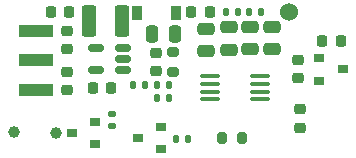
<source format=gbr>
%TF.GenerationSoftware,KiCad,Pcbnew,6.0.11+dfsg-1*%
%TF.CreationDate,2023-09-12T10:24:51+03:00*%
%TF.ProjectId,SC-STM32L412K8,53432d53-544d-4333-924c-3431324b382e,rev?*%
%TF.SameCoordinates,Original*%
%TF.FileFunction,Soldermask,Bot*%
%TF.FilePolarity,Negative*%
%FSLAX46Y46*%
G04 Gerber Fmt 4.6, Leading zero omitted, Abs format (unit mm)*
G04 Created by KiCad (PCBNEW 6.0.11+dfsg-1) date 2023-09-12 10:24:51*
%MOMM*%
%LPD*%
G01*
G04 APERTURE LIST*
G04 Aperture macros list*
%AMRoundRect*
0 Rectangle with rounded corners*
0 $1 Rounding radius*
0 $2 $3 $4 $5 $6 $7 $8 $9 X,Y pos of 4 corners*
0 Add a 4 corners polygon primitive as box body*
4,1,4,$2,$3,$4,$5,$6,$7,$8,$9,$2,$3,0*
0 Add four circle primitives for the rounded corners*
1,1,$1+$1,$2,$3*
1,1,$1+$1,$4,$5*
1,1,$1+$1,$6,$7*
1,1,$1+$1,$8,$9*
0 Add four rect primitives between the rounded corners*
20,1,$1+$1,$2,$3,$4,$5,0*
20,1,$1+$1,$4,$5,$6,$7,0*
20,1,$1+$1,$6,$7,$8,$9,0*
20,1,$1+$1,$8,$9,$2,$3,0*%
G04 Aperture macros list end*
%ADD10C,1.000000*%
%ADD11RoundRect,0.225000X0.250000X-0.225000X0.250000X0.225000X-0.250000X0.225000X-0.250000X-0.225000X0*%
%ADD12RoundRect,0.225000X-0.250000X0.225000X-0.250000X-0.225000X0.250000X-0.225000X0.250000X0.225000X0*%
%ADD13RoundRect,0.250000X-0.250000X-0.475000X0.250000X-0.475000X0.250000X0.475000X-0.250000X0.475000X0*%
%ADD14RoundRect,0.250000X0.475000X-0.250000X0.475000X0.250000X-0.475000X0.250000X-0.475000X-0.250000X0*%
%ADD15RoundRect,0.225000X0.225000X0.250000X-0.225000X0.250000X-0.225000X-0.250000X0.225000X-0.250000X0*%
%ADD16R,0.900000X1.200000*%
%ADD17C,1.524000*%
%ADD18RoundRect,0.218750X-0.218750X-0.256250X0.218750X-0.256250X0.218750X0.256250X-0.218750X0.256250X0*%
%ADD19RoundRect,0.250000X-0.375000X-1.075000X0.375000X-1.075000X0.375000X1.075000X-0.375000X1.075000X0*%
%ADD20RoundRect,0.135000X0.135000X0.185000X-0.135000X0.185000X-0.135000X-0.185000X0.135000X-0.185000X0*%
%ADD21RoundRect,0.200000X-0.275000X0.200000X-0.275000X-0.200000X0.275000X-0.200000X0.275000X0.200000X0*%
%ADD22R,3.000000X1.000000*%
%ADD23RoundRect,0.150000X0.512500X0.150000X-0.512500X0.150000X-0.512500X-0.150000X0.512500X-0.150000X0*%
%ADD24R,0.900000X0.800000*%
%ADD25RoundRect,0.135000X0.185000X-0.135000X0.185000X0.135000X-0.185000X0.135000X-0.185000X-0.135000X0*%
%ADD26RoundRect,0.200000X-0.200000X-0.275000X0.200000X-0.275000X0.200000X0.275000X-0.200000X0.275000X0*%
%ADD27RoundRect,0.100000X0.712500X0.100000X-0.712500X0.100000X-0.712500X-0.100000X0.712500X-0.100000X0*%
G04 APERTURE END LIST*
D10*
%TO.C,J13*%
X30100000Y-65100000D03*
%TD*%
D11*
%TO.C,C1*%
X34550000Y-58125000D03*
X34550000Y-56575000D03*
%TD*%
D12*
%TO.C,C2*%
X54150000Y-59000000D03*
X54150000Y-60550000D03*
%TD*%
%TO.C,C5*%
X42113200Y-58407000D03*
X42113200Y-59957000D03*
%TD*%
D13*
%TO.C,C7*%
X41772800Y-56794400D03*
X43672800Y-56794400D03*
%TD*%
D14*
%TO.C,C8*%
X46360000Y-58300000D03*
X46360000Y-56400000D03*
%TD*%
%TO.C,C11*%
X48250000Y-58140000D03*
X48250000Y-56240000D03*
%TD*%
D11*
%TO.C,C13*%
X34575000Y-61600000D03*
X34575000Y-60050000D03*
%TD*%
D14*
%TO.C,C14*%
X51920000Y-58100000D03*
X51920000Y-56200000D03*
%TD*%
D15*
%TO.C,C15*%
X57735000Y-57390000D03*
X56185000Y-57390000D03*
%TD*%
D11*
%TO.C,C19*%
X54275000Y-64750000D03*
X54275000Y-63200000D03*
%TD*%
D16*
%TO.C,D2*%
X43798760Y-55051960D03*
X40498760Y-55051960D03*
%TD*%
D17*
%TO.C,J2*%
X53380000Y-54980000D03*
%TD*%
D18*
%TO.C,L1*%
X33187500Y-54950000D03*
X34762500Y-54950000D03*
%TD*%
D19*
%TO.C,L2*%
X36423140Y-55679340D03*
X39223140Y-55679340D03*
%TD*%
D18*
%TO.C,L3*%
X45064580Y-54950000D03*
X46639580Y-54950000D03*
%TD*%
D20*
%TO.C,R3*%
X43185000Y-61175000D03*
X42165000Y-61175000D03*
%TD*%
D21*
%TO.C,R5*%
X43522900Y-58357000D03*
X43522900Y-60007000D03*
%TD*%
D20*
%TO.C,R11*%
X49040000Y-54930000D03*
X48020000Y-54930000D03*
%TD*%
%TO.C,R13*%
X51020000Y-54930000D03*
X50000000Y-54930000D03*
%TD*%
D22*
%TO.C,SW1*%
X31906340Y-61552460D03*
X31906340Y-59052460D03*
X31906340Y-56552460D03*
%TD*%
D23*
%TO.C,U2*%
X39311160Y-58011020D03*
X39311160Y-58961020D03*
X39311160Y-59911020D03*
X37036160Y-59911020D03*
X37036160Y-58011020D03*
%TD*%
D24*
%TO.C,U5*%
X55896000Y-60767000D03*
X55896000Y-58867000D03*
X57896000Y-59817000D03*
%TD*%
D10*
%TO.C,J11*%
X33610000Y-65180000D03*
%TD*%
D20*
%TO.C,R15*%
X44835000Y-65700000D03*
X43815000Y-65700000D03*
%TD*%
D25*
%TO.C,R16*%
X38330000Y-64630000D03*
X38330000Y-63610000D03*
%TD*%
D26*
%TO.C,R19*%
X47714400Y-65633600D03*
X49364400Y-65633600D03*
%TD*%
D14*
%TO.C,C6*%
X50080000Y-58110000D03*
X50080000Y-56210000D03*
%TD*%
D20*
%TO.C,R10*%
X41185000Y-61175000D03*
X40165000Y-61175000D03*
%TD*%
D24*
%TO.C,Q1*%
X36940000Y-64230000D03*
X36940000Y-66130000D03*
X34940000Y-65180000D03*
%TD*%
D20*
%TO.C,R17*%
X43185000Y-62250000D03*
X42165000Y-62250000D03*
%TD*%
D27*
%TO.C,D3*%
X50855100Y-60391400D03*
X50855100Y-61041400D03*
X50855100Y-61691400D03*
X50855100Y-62341400D03*
X46630100Y-62341400D03*
X46630100Y-61691400D03*
X46630100Y-61041400D03*
X46630100Y-60391400D03*
%TD*%
D24*
%TO.C,Q2*%
X42550000Y-64700000D03*
X42550000Y-66600000D03*
X40550000Y-65650000D03*
%TD*%
D15*
%TO.C,C3*%
X38300000Y-61425000D03*
X36750000Y-61425000D03*
%TD*%
M02*

</source>
